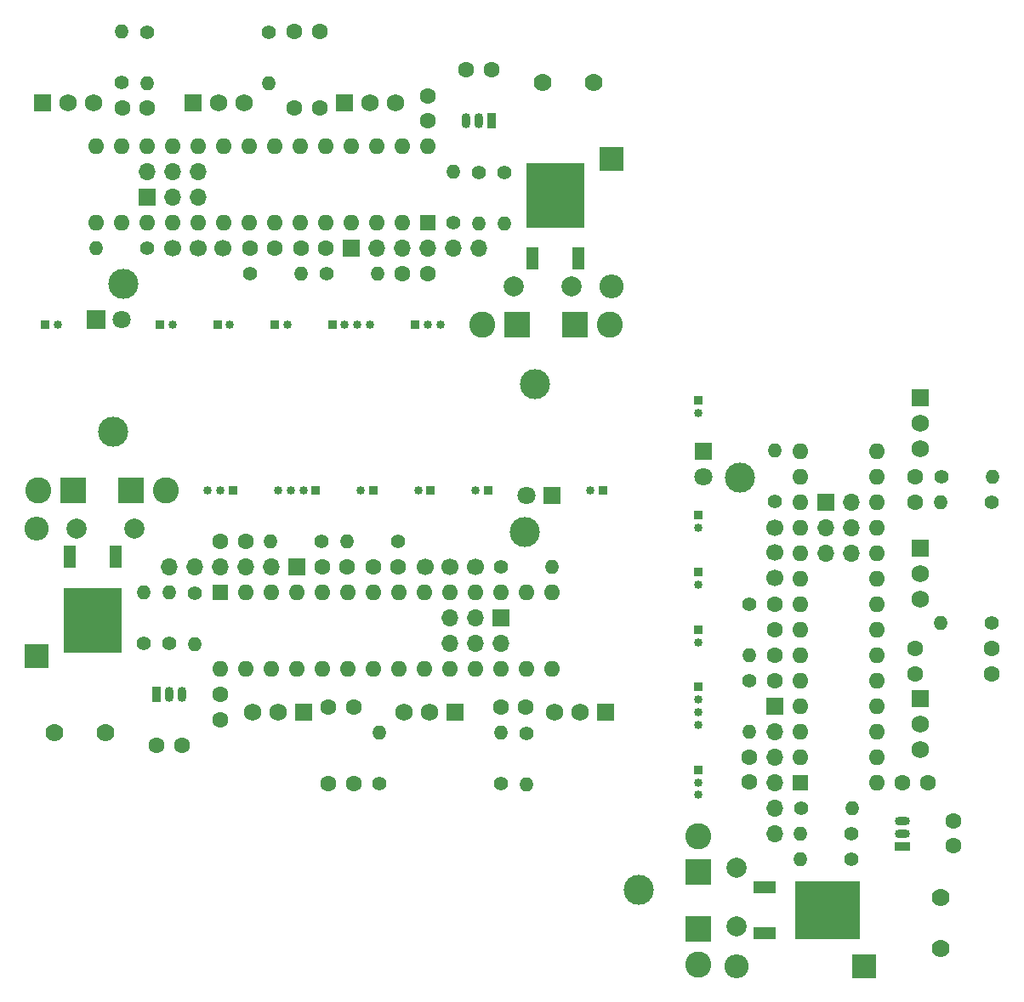
<source format=gbs>
%MOIN*%
%OFA0B0*%
%FSLAX46Y46*%
%IPPOS*%
%LPD*%
%AMREC1920*
4,1,3,
0.03444881889763779,0.0344488188976378,
-0.0344488188976378,0.03444881889763779,
-0.03444881889763779,-0.0344488188976378,
0.0344488188976378,-0.03444881889763779,
0*%
%AMREC1930*
4,1,3,
0.033464566929133854,0.033464566929133861,
-0.033464566929133861,0.033464566929133854,
-0.033464566929133854,-0.033464566929133861,
0.033464566929133861,-0.033464566929133854,
0*%
%AMREC1940*
4,1,3,
0.031496062992125984,0.031496062992125991,
-0.031496062992125991,0.031496062992125984,
-0.031496062992125984,-0.031496062992125991,
0.031496062992125991,-0.031496062992125984,
0*%
%AMREC1950*
4,1,3,
0.051181102362204724,0.051181102362204738,
-0.051181102362204738,0.051181102362204724,
-0.051181102362204724,-0.051181102362204738,
0.051181102362204738,-0.051181102362204724,
0*%
%AMREC1960*
4,1,3,
0.047244094488188969,0.047244094488188983,
-0.047244094488188983,0.047244094488188969,
-0.047244094488188969,-0.047244094488188983,
0.047244094488188983,-0.047244094488188969,
0*%
%AMREC1970*
4,1,3,
0.035433070866141732,0.035433070866141739,
-0.035433070866141739,0.035433070866141732,
-0.035433070866141732,-0.035433070866141739,
0.035433070866141739,-0.035433070866141732,
0*%
%AMREC1980*
4,1,3,
0.017716535433070862,0.029527559055118113,
-0.017716535433070873,0.029527559055118113,
-0.017716535433070862,-0.029527559055118113,
0.017716535433070873,-0.029527559055118113,
0*%
%AMREC1990*
4,1,3,
0.023622047244094484,0.043307086614173235,
-0.023622047244094491,0.043307086614173235,
-0.023622047244094484,-0.043307086614173235,
0.023622047244094491,-0.043307086614173235,
0*%
%AMREC2000*
4,1,3,
0.11417322834645668,0.12598425196850396,
-0.11417322834645671,0.12598425196850394,
-0.11417322834645668,-0.12598425196850396,
0.11417322834645671,-0.12598425196850394,
0*%
%AMREC2010*
4,1,3,
0.016732283464566927,0.016732283464566931,
-0.016732283464566931,0.016732283464566927,
-0.016732283464566927,-0.016732283464566931,
0.016732283464566931,-0.016732283464566927,
0*%
%ADD10C,0.0039370078740157488*%
%ADD11C,0.11811023622047245*%
%ADD12C,0.068897637795275593*%
%ADD13R,0.068897637795275593X0.068897637795275593*%
%ADD14C,0.07874015748031496*%
%ADD15R,0.066929133858267723X0.066929133858267723*%
%ADD16O,0.066929133858267723X0.066929133858267723*%
%ADD17R,0.062992125984251982X0.062992125984251982*%
%ADD18O,0.062992125984251982X0.062992125984251982*%
%ADD19R,0.10236220472440946X0.10236220472440946*%
%ADD20C,0.10236220472440946*%
%ADD21C,0.066929133858267723*%
%ADD22R,0.094488188976377951X0.094488188976377951*%
%ADD23O,0.094488188976377951X0.094488188976377951*%
%ADD24C,0.07*%
%ADD25C,0.055118110236220472*%
%ADD26O,0.055118110236220472X0.055118110236220472*%
%ADD27C,0.062992125984251982*%
%ADD28R,0.070866141732283464X0.070866141732283464*%
%ADD29C,0.070866141732283464*%
%ADD30O,0.035433070866141732X0.059055118110236227*%
%ADD31R,0.035433070866141732X0.059055118110236227*%
%ADD32R,0.047244094488188976X0.086614173228346469*%
%ADD33R,0.2283464566929134X0.25196850393700793*%
%ADD34R,0.033464566929133861X0.033464566929133861*%
%ADD35C,0.033464566929133861*%
%ADD46C,0.0039370078740157488*%
%ADD47C,0.11811023622047245*%
%ADD48C,0.068897637795275593*%
%AMCOMP231*
4,1,3,
0.03444881889763779,0.0344488188976378,
-0.0344488188976378,0.03444881889763779,
-0.03444881889763779,-0.0344488188976378,
0.0344488188976378,-0.03444881889763779,
0*%
%ADD49COMP231*%
%ADD50C,0.07874015748031496*%
%AMCOMP232*
4,1,3,
0.033464566929133854,0.033464566929133861,
-0.033464566929133861,0.033464566929133854,
-0.033464566929133854,-0.033464566929133861,
0.033464566929133861,-0.033464566929133854,
0*%
%ADD51COMP232*%
%ADD52O,0.066929133858267723X0.066929133858267723*%
%AMCOMP233*
4,1,3,
0.031496062992125984,0.031496062992125991,
-0.031496062992125991,0.031496062992125984,
-0.031496062992125984,-0.031496062992125991,
0.031496062992125991,-0.031496062992125984,
0*%
%ADD53COMP233*%
%ADD54O,0.062992125984251982X0.062992125984251982*%
%AMCOMP234*
4,1,3,
0.051181102362204724,0.051181102362204738,
-0.051181102362204738,0.051181102362204724,
-0.051181102362204724,-0.051181102362204738,
0.051181102362204738,-0.051181102362204724,
0*%
%ADD55COMP234*%
%ADD56C,0.10236220472440946*%
%ADD57C,0.066929133858267723*%
%AMCOMP235*
4,1,3,
0.047244094488188969,0.047244094488188983,
-0.047244094488188983,0.047244094488188969,
-0.047244094488188969,-0.047244094488188983,
0.047244094488188983,-0.047244094488188969,
0*%
%ADD58COMP235*%
%ADD59O,0.094488188976377951X0.094488188976377951*%
%ADD60C,0.07*%
%ADD61C,0.055118110236220472*%
%ADD62O,0.055118110236220472X0.055118110236220472*%
%ADD63C,0.062992125984251982*%
%AMCOMP236*
4,1,3,
0.035433070866141732,0.035433070866141739,
-0.035433070866141739,0.035433070866141732,
-0.035433070866141732,-0.035433070866141739,
0.035433070866141739,-0.035433070866141732,
0*%
%ADD64COMP236*%
%ADD65C,0.070866141732283464*%
%ADD66O,0.035433070866141732X0.059055118110236227*%
%AMCOMP237*
4,1,3,
0.017716535433070862,0.029527559055118113,
-0.017716535433070873,0.029527559055118113,
-0.017716535433070862,-0.029527559055118113,
0.017716535433070873,-0.029527559055118113,
0*%
%ADD67COMP237*%
%AMCOMP238*
4,1,3,
0.023622047244094484,0.043307086614173235,
-0.023622047244094491,0.043307086614173235,
-0.023622047244094484,-0.043307086614173235,
0.023622047244094491,-0.043307086614173235,
0*%
%ADD68COMP238*%
%AMCOMP239*
4,1,3,
0.11417322834645668,0.12598425196850396,
-0.11417322834645671,0.12598425196850394,
-0.11417322834645668,-0.12598425196850396,
0.11417322834645671,-0.12598425196850394,
0*%
%ADD69COMP239*%
%AMCOMP240*
4,1,3,
0.016732283464566927,0.016732283464566931,
-0.016732283464566931,0.016732283464566927,
-0.016732283464566927,-0.016732283464566931,
0.016732283464566931,-0.016732283464566927,
0*%
%ADD70COMP240*%
%ADD71C,0.033464566929133861*%
%ADD72C,0.0039370078740157488*%
%ADD73C,0.11811023622047245*%
%ADD74C,0.068897637795275593*%
%ADD75R,0.068897637795275593X0.068897637795275593*%
%ADD76C,0.07874015748031496*%
%ADD77R,0.066929133858267723X0.066929133858267723*%
%ADD78O,0.066929133858267723X0.066929133858267723*%
%ADD79R,0.062992125984251982X0.062992125984251982*%
%ADD80O,0.062992125984251982X0.062992125984251982*%
%ADD81R,0.10236220472440946X0.10236220472440946*%
%ADD82C,0.10236220472440946*%
%ADD83C,0.066929133858267723*%
%ADD84R,0.094488188976377951X0.094488188976377951*%
%ADD85O,0.094488188976377951X0.094488188976377951*%
%ADD86C,0.07*%
%ADD87C,0.055118110236220472*%
%ADD88O,0.055118110236220472X0.055118110236220472*%
%ADD89C,0.062992125984251982*%
%ADD90R,0.070866141732283464X0.070866141732283464*%
%ADD91C,0.070866141732283464*%
%ADD92O,0.059055118110236227X0.035433070866141732*%
%ADD93R,0.059055118110236227X0.035433070866141732*%
%ADD94R,0.086614173228346469X0.047244094488188976*%
%ADD95R,0.25196850393700793X0.2283464566929134*%
%ADD96R,0.033464566929133861X0.033464566929133861*%
%ADD97C,0.033464566929133861*%
G01*
D10*
D11*
X-0001456692Y0005433070D02*
X0002007795Y0001796653D03*
D12*
X0002122755Y0001087992D03*
X0002222755Y0001087992D03*
D13*
X0002322755Y0001087992D03*
D14*
X0000477480Y0001808070D03*
X0000249133Y0001808070D03*
D15*
X0001113307Y0001658070D03*
D16*
X0001013307Y0001658070D03*
X0000913307Y0001658070D03*
X0000813307Y0001658070D03*
X0000713307Y0001658070D03*
X0000613307Y0001658070D03*
D11*
X0000393622Y0002190354D03*
D17*
X0000813307Y0001558070D03*
D18*
X0002113307Y0001258070D03*
X0000913307Y0001558070D03*
X0002013307Y0001258070D03*
X0001013307Y0001558070D03*
X0001913307Y0001258070D03*
X0001113307Y0001558070D03*
X0001813307Y0001258070D03*
X0001213307Y0001558070D03*
X0001713307Y0001258070D03*
X0001313307Y0001558070D03*
X0001613307Y0001258070D03*
X0001413307Y0001558070D03*
X0001513307Y0001258070D03*
X0001513307Y0001558070D03*
X0001413307Y0001258070D03*
X0001613307Y0001558070D03*
X0001313307Y0001258070D03*
X0001713307Y0001558070D03*
X0001213307Y0001258070D03*
X0001813307Y0001558070D03*
X0001113307Y0001258070D03*
X0001913307Y0001558070D03*
X0001013307Y0001258070D03*
X0002013307Y0001558070D03*
X0000913307Y0001258070D03*
X0002113307Y0001558070D03*
X0000813307Y0001258070D03*
D19*
X0000463307Y0001958070D03*
D20*
X0000601102Y0001958070D03*
D19*
X0000238307Y0001958070D03*
D20*
X0000100511Y0001958070D03*
D21*
X0001813307Y0001658070D03*
X0001714881Y0001658070D03*
X0001616456Y0001658070D03*
D22*
X0000093307Y0001308070D03*
D23*
X0000093307Y0001808070D03*
D24*
X0000363307Y0001008070D03*
X0000163307Y0001008070D03*
D25*
X0001211732Y0001758070D03*
D26*
X0001011732Y0001758070D03*
D25*
X0001511732Y0001758070D03*
D26*
X0001311732Y0001758070D03*
D27*
X0000813307Y0001158070D03*
X0000813307Y0001059645D03*
X0000663307Y0000958070D03*
X0000564881Y0000958070D03*
X0001213307Y0001658070D03*
X0001311732Y0001658070D03*
D28*
X0002113307Y0001938070D03*
D29*
X0002013307Y0001938070D03*
D30*
X0000613307Y0001158070D03*
X0000663307Y0001158070D03*
D31*
X0000563307Y0001158070D03*
D27*
X0001413307Y0001658070D03*
X0001511732Y0001658070D03*
X0000913307Y0001758070D03*
X0000814881Y0001758070D03*
D25*
X0000713307Y0001556496D03*
D26*
X0000713307Y0001356496D03*
D27*
X0001913307Y0001108070D03*
X0002011732Y0001108070D03*
D25*
X0002013307Y0001006496D03*
D26*
X0002013307Y0000806496D03*
D25*
X0001913307Y0000809645D03*
D26*
X0001913307Y0001009645D03*
D12*
X0001532204Y0001087992D03*
X0001632204Y0001087992D03*
D13*
X0001732204Y0001087992D03*
D12*
X0000941653Y0001087992D03*
X0001041653Y0001087992D03*
D13*
X0001141653Y0001087992D03*
D25*
X0000613307Y0001359645D03*
D26*
X0000613307Y0001559645D03*
D25*
X0000513307Y0001359645D03*
D26*
X0000513307Y0001559645D03*
D25*
X0001914881Y0001658070D03*
D26*
X0002114881Y0001658070D03*
D27*
X0001238307Y0001108070D03*
X0001238307Y0000808070D03*
X0001338307Y0001108070D03*
X0001338307Y0000808070D03*
D25*
X0001438307Y0000809645D03*
D26*
X0001438307Y0001009645D03*
D32*
X0000223543Y0001698425D03*
X0000403070Y0001698425D03*
D33*
X0000313307Y0001450393D03*
D15*
X0001913307Y0001458070D03*
D16*
X0001913307Y0001358070D03*
X0001813307Y0001458070D03*
X0001813307Y0001358070D03*
X0001713307Y0001458070D03*
X0001713307Y0001358070D03*
D34*
X0001413307Y0001958070D03*
D35*
X0001364094Y0001958070D03*
D34*
X0001188307Y0001958070D03*
D35*
X0001139094Y0001958070D03*
X0001089881Y0001958070D03*
X0001040669Y0001958070D03*
D34*
X0002313307Y0001958070D03*
D35*
X0002264094Y0001958070D03*
D34*
X0001863307Y0001958070D03*
D35*
X0001814094Y0001958070D03*
D34*
X0001638307Y0001958070D03*
D35*
X0001589094Y0001958070D03*
D34*
X0000863307Y0001958070D03*
D35*
X0000814094Y0001958070D03*
X0000764881Y0001958070D03*
G04 next file*
G04 #@! TF.FileFunction,Soldermask,Bot*
G04 Gerber Fmt 4.6, Leading zero omitted, Abs format (unit mm)*
G04 Created by KiCad (PCBNEW 4.0.6) date 06/26/19 16:14:45*
G01*
G04 APERTURE LIST*
G04 APERTURE END LIST*
D46*
D47*
X0003897637Y-0000866141D02*
X0000433149Y0002770275D03*
D48*
X0000318188Y0003478936D03*
X0000218188Y0003478936D03*
D49*
X0000118188Y0003478936D03*
D50*
X0001963464Y0002758858D03*
X0002191810Y0002758858D03*
D51*
X0001327637Y0002908858D03*
D52*
X0001427637Y0002908858D03*
X0001527637Y0002908858D03*
X0001627637Y0002908858D03*
X0001727637Y0002908858D03*
X0001827637Y0002908858D03*
D47*
X0002047322Y0002376574D03*
D53*
X0001627637Y0003008858D03*
D54*
X0000327637Y0003308858D03*
X0001527637Y0003008858D03*
X0000427637Y0003308858D03*
X0001427637Y0003008858D03*
X0000527637Y0003308858D03*
X0001327637Y0003008858D03*
X0000627637Y0003308858D03*
X0001227637Y0003008858D03*
X0000727637Y0003308858D03*
X0001127637Y0003008858D03*
X0000827637Y0003308858D03*
X0001027637Y0003008858D03*
X0000927637Y0003308858D03*
X0000927637Y0003008858D03*
X0001027637Y0003308858D03*
X0000827637Y0003008858D03*
X0001127637Y0003308858D03*
X0000727637Y0003008858D03*
X0001227637Y0003308858D03*
X0000627637Y0003008858D03*
X0001327637Y0003308858D03*
X0000527637Y0003008858D03*
X0001427637Y0003308858D03*
X0000427637Y0003008858D03*
X0001527637Y0003308858D03*
X0000327637Y0003008858D03*
X0001627637Y0003308858D03*
D55*
X0001977637Y0002608858D03*
D56*
X0001839842Y0002608858D03*
D55*
X0002202637Y0002608858D03*
D56*
X0002340433Y0002608858D03*
D57*
X0000627637Y0002908858D03*
X0000726062Y0002908858D03*
X0000824488Y0002908858D03*
D58*
X0002347637Y0003258858D03*
D59*
X0002347637Y0002758858D03*
D60*
X0002077637Y0003558858D03*
X0002277637Y0003558858D03*
D61*
X0001229212Y0002808858D03*
D62*
X0001429212Y0002808858D03*
D61*
X0000929212Y0002808858D03*
D62*
X0001129212Y0002808858D03*
D63*
X0001627637Y0003408858D03*
X0001627637Y0003507283D03*
X0001777637Y0003608858D03*
X0001876062Y0003608858D03*
X0001227637Y0002908858D03*
X0001129212Y0002908858D03*
D64*
X0000327637Y0002628858D03*
D65*
X0000427637Y0002628858D03*
D66*
X0001827637Y0003408858D03*
X0001777637Y0003408858D03*
D67*
X0001877637Y0003408858D03*
D63*
X0001027637Y0002908858D03*
X0000929212Y0002908858D03*
X0001527637Y0002808858D03*
X0001626062Y0002808858D03*
D61*
X0001727637Y0003010433D03*
D62*
X0001727637Y0003210433D03*
D63*
X0000527637Y0003458858D03*
X0000429212Y0003458858D03*
D61*
X0000427637Y0003560433D03*
D62*
X0000427637Y0003760433D03*
D61*
X0000527637Y0003757283D03*
D62*
X0000527637Y0003557283D03*
D48*
X0000908740Y0003478936D03*
X0000808740Y0003478936D03*
D49*
X0000708740Y0003478936D03*
D48*
X0001499291Y0003478936D03*
X0001399291Y0003478936D03*
D49*
X0001299291Y0003478936D03*
D61*
X0001827637Y0003207283D03*
D62*
X0001827637Y0003007283D03*
D61*
X0001927637Y0003207283D03*
D62*
X0001927637Y0003007283D03*
D61*
X0000526062Y0002908858D03*
D62*
X0000326062Y0002908858D03*
D63*
X0001202637Y0003458858D03*
X0001202637Y0003758858D03*
X0001102637Y0003458858D03*
X0001102637Y0003758858D03*
D61*
X0001002637Y0003757283D03*
D62*
X0001002637Y0003557283D03*
D68*
X0002217401Y0002868503D03*
X0002037873Y0002868503D03*
D69*
X0002127637Y0003116535D03*
D51*
X0000527637Y0003108858D03*
D52*
X0000527637Y0003208858D03*
X0000627637Y0003108858D03*
X0000627637Y0003208858D03*
X0000727637Y0003108858D03*
X0000727637Y0003208858D03*
D70*
X0001027637Y0002608858D03*
D71*
X0001076850Y0002608858D03*
D70*
X0001252637Y0002608858D03*
D71*
X0001301850Y0002608858D03*
X0001351062Y0002608858D03*
X0001400275Y0002608858D03*
D70*
X0000127637Y0002608858D03*
D71*
X0000176850Y0002608858D03*
D70*
X0000577637Y0002608858D03*
D71*
X0000626850Y0002608858D03*
D70*
X0000802637Y0002608858D03*
D71*
X0000851850Y0002608858D03*
D70*
X0001577637Y0002608858D03*
D71*
X0001626850Y0002608858D03*
X0001676062Y0002608858D03*
G04 next file*
G04 #@! TF.FileFunction,Soldermask,Bot*
G04 Gerber Fmt 4.6, Leading zero omitted, Abs format (unit mm)*
G04 Created by KiCad (PCBNEW 4.0.6) date 06/26/19 16:14:45*
G01*
G04 APERTURE LIST*
G04 APERTURE END LIST*
D72*
D73*
X-0000787401Y-0001456692D02*
X0002849015Y0002007795D03*
D74*
X0003557677Y0002122755D03*
X0003557677Y0002222755D03*
D75*
X0003557677Y0002322755D03*
D76*
X0002837598Y0000477480D03*
X0002837598Y0000249133D03*
D77*
X0002987598Y0001113307D03*
D78*
X0002987598Y0001013307D03*
X0002987598Y0000913307D03*
X0002987598Y0000813307D03*
X0002987598Y0000713307D03*
X0002987598Y0000613307D03*
D73*
X0002455314Y0000393622D03*
D79*
X0003087598Y0000813307D03*
D80*
X0003387598Y0002113307D03*
X0003087598Y0000913307D03*
X0003387598Y0002013307D03*
X0003087598Y0001013307D03*
X0003387598Y0001913307D03*
X0003087598Y0001113307D03*
X0003387598Y0001813307D03*
X0003087598Y0001213307D03*
X0003387598Y0001713307D03*
X0003087598Y0001313307D03*
X0003387598Y0001613307D03*
X0003087598Y0001413307D03*
X0003387598Y0001513307D03*
X0003087598Y0001513307D03*
X0003387598Y0001413307D03*
X0003087598Y0001613307D03*
X0003387598Y0001313307D03*
X0003087598Y0001713307D03*
X0003387598Y0001213307D03*
X0003087598Y0001813307D03*
X0003387598Y0001113307D03*
X0003087598Y0001913307D03*
X0003387598Y0001013307D03*
X0003087598Y0002013307D03*
X0003387598Y0000913307D03*
X0003087598Y0002113307D03*
X0003387598Y0000813307D03*
D81*
X0002687598Y0000463307D03*
D82*
X0002687598Y0000601102D03*
D81*
X0002687598Y0000238307D03*
D82*
X0002687598Y0000100511D03*
D83*
X0002987598Y0001813307D03*
X0002987598Y0001714881D03*
X0002987598Y0001616456D03*
D84*
X0003337598Y0000093307D03*
D85*
X0002837598Y0000093307D03*
D86*
X0003637598Y0000363307D03*
X0003637598Y0000163307D03*
D87*
X0002887598Y0001211732D03*
D88*
X0002887598Y0001011732D03*
D87*
X0002887598Y0001511732D03*
D88*
X0002887598Y0001311732D03*
D89*
X0003487598Y0000813307D03*
X0003586023Y0000813307D03*
X0003687598Y0000663307D03*
X0003687598Y0000564881D03*
X0002987598Y0001213307D03*
X0002987598Y0001311732D03*
D90*
X0002707598Y0002113307D03*
D91*
X0002707598Y0002013307D03*
D92*
X0003487598Y0000613307D03*
X0003487598Y0000663307D03*
D93*
X0003487598Y0000563307D03*
D89*
X0002987598Y0001413307D03*
X0002987598Y0001511732D03*
X0002887598Y0000913307D03*
X0002887598Y0000814881D03*
D87*
X0003089173Y0000713307D03*
D88*
X0003289173Y0000713307D03*
D89*
X0003537598Y0001913307D03*
X0003537598Y0002011732D03*
D87*
X0003639173Y0002013307D03*
D88*
X0003839173Y0002013307D03*
D87*
X0003836023Y0001913307D03*
D88*
X0003636023Y0001913307D03*
D74*
X0003557677Y0001532204D03*
X0003557677Y0001632204D03*
D75*
X0003557677Y0001732204D03*
D74*
X0003557677Y0000941653D03*
X0003557677Y0001041653D03*
D75*
X0003557677Y0001141653D03*
D87*
X0003286023Y0000613307D03*
D88*
X0003086023Y0000613307D03*
D87*
X0003286023Y0000513307D03*
D88*
X0003086023Y0000513307D03*
D87*
X0002987598Y0001914881D03*
D88*
X0002987598Y0002114881D03*
D89*
X0003537598Y0001238307D03*
X0003837598Y0001238307D03*
X0003537598Y0001338307D03*
X0003837598Y0001338307D03*
D87*
X0003836023Y0001438307D03*
D88*
X0003636023Y0001438307D03*
D94*
X0002947244Y0000223543D03*
X0002947244Y0000403070D03*
D95*
X0003195275Y0000313307D03*
D77*
X0003187598Y0001913307D03*
D78*
X0003287598Y0001913307D03*
X0003187598Y0001813307D03*
X0003287598Y0001813307D03*
X0003187598Y0001713307D03*
X0003287598Y0001713307D03*
D96*
X0002687598Y0001413307D03*
D97*
X0002687598Y0001364094D03*
D96*
X0002687598Y0001188307D03*
D97*
X0002687598Y0001139094D03*
X0002687598Y0001089881D03*
X0002687598Y0001040669D03*
D96*
X0002687598Y0002313307D03*
D97*
X0002687598Y0002264094D03*
D96*
X0002687598Y0001863307D03*
D97*
X0002687598Y0001814094D03*
D96*
X0002687598Y0001638307D03*
D97*
X0002687598Y0001589094D03*
D96*
X0002687598Y0000863307D03*
D97*
X0002687598Y0000814094D03*
X0002687598Y0000764881D03*
M02*
</source>
